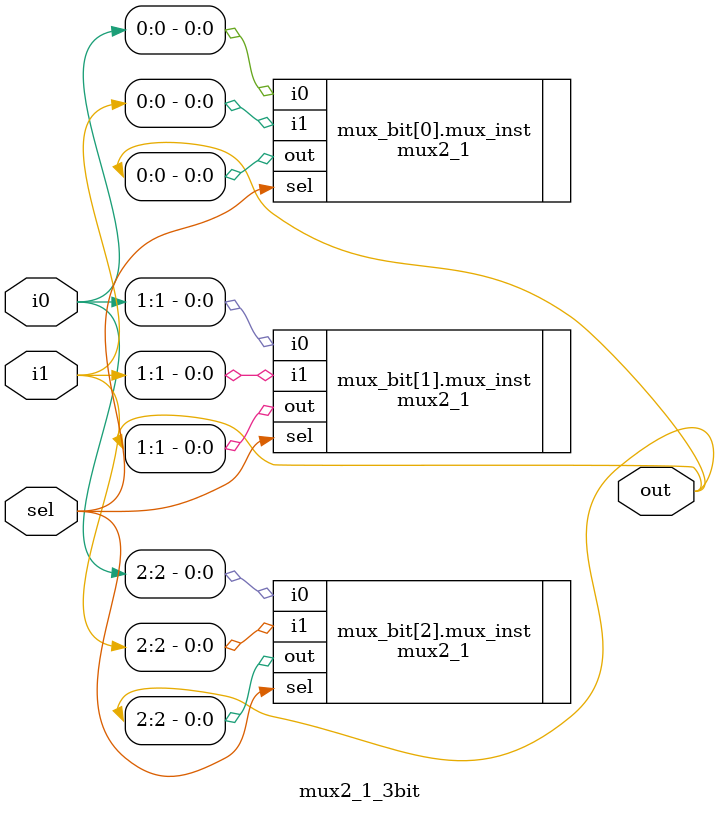
<source format=sv>
module mux2_1_3bit (
	output logic [2:0] out,
	input logic [2:0] i0,
	input logic [2:0] i1,
	input logic sel
);
	genvar k;
	generate
		for (k = 0; k < 3; k = k + 1) begin : mux_bit
			mux2_1 mux_inst (.out(out[k]), .i0(i0[k]), .i1(i1[k]), .sel(sel));
		end
	endgenerate
endmodule

</source>
